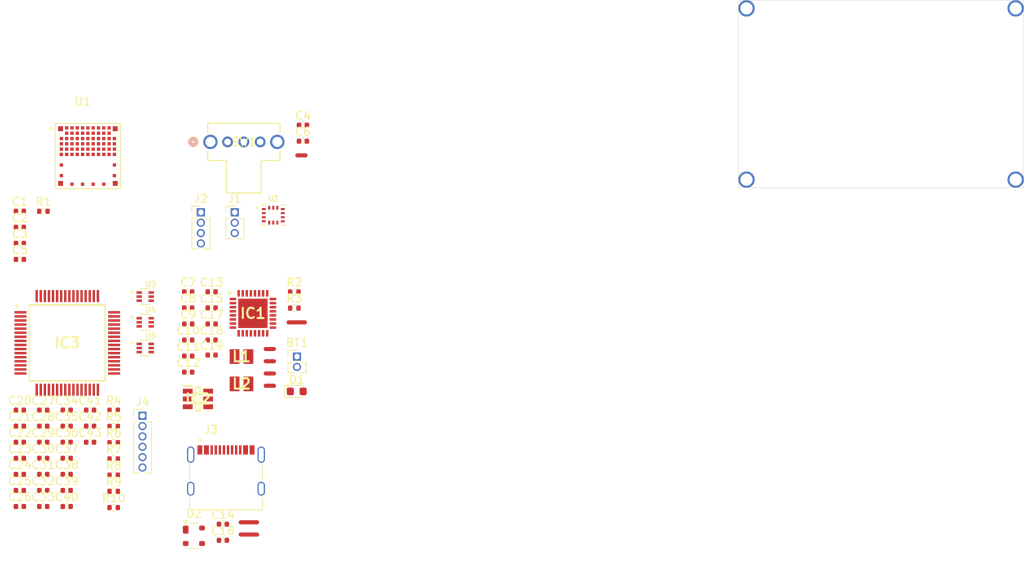
<source format=kicad_pcb>
(kicad_pcb (version 20240108) (generator "pcbnew") (generator_version "8.0")
  (layers (0 "F.Cu" signal) (1 "In1.Cu" signal) (2 "In2.Cu" signal) (3 "In3.Cu" signal) (4 "In4.Cu" signal) (31 "B.Cu" signal) (34 "B.Paste" user) (35 "F.Paste" user) (36 "B.SilkS" user "B.Silkscreen") (37 "F.SilkS" user "F.Silkscreen") (38 "B.Mask" user) (39 "F.Mask" user) (44 "Edge.Cuts" user))
  (net 0 "")
  (net 1 "/ads1299/BIAS_DRV")
  (net 2 "GNDA")
  (net 3 "VSSA")
  (net 4 "Net-(IC2-CAP-)")
  (net 5 "/ads1299/E_REFERENCE")
  (net 6 "/ads1299/IN1P")
  (net 7 "Net-(IC2-CAP+)")
  (net 8 "/ads1299/IN3P")
  (net 9 "/power/VBAT")
  (net 10 "/ads1299/IN2P")
  (net 11 "/ads1299/IN4P")
  (net 12 "/ads1299/4P")
  (net 13 "/ads1299/2P")
  (net 14 "/ads1299/1P")
  (net 15 "/ads1299/3P")
  (net 16 "/ads1299/REF")
  (net 17 "/ads1299/BIAS")
  (net 18 "/DVDD")
  (net 19 "/USB-C/VBUS_IN")
  (net 20 "/nrf5340/VBUS_OUT")
  (net 21 "/nrf5340/VBUS_nrf")
  (net 22 "/power/PVSS1")
  (net 23 "/power/VOUT1")
  (net 24 "/power/PVSS2")
  (net 25 "/power/VOUT2")
  (net 26 "/power/VSYS_OUT")
  (net 27 "Net-(IC3-BIASIN)")
  (net 28 "Net-(IC3-VCAP4)")
  (net 29 "Net-(IC3-VCAP1)")
  (net 30 "Net-(IC3-VCAP3)")
  (net 31 "Net-(IC3-VCAP2)")
  (net 32 "/AVDD")
  (net 33 "/power/CHG")
  (net 34 "/USB-C/D+")
  (net 35 "/USB-C/D-")
  (net 36 "Net-(IC1-VSET1)")
  (net 37 "/nrf5340/SCL")
  (net 38 "/power/SW1")
  (net 39 "/nrf5340/SDA")
  (net 40 "/VDD")
  (net 41 "/power/PVDD")
  (net 42 "/UART_TX")
  (net 43 "/nrf5340/ANT")
  (net 45 "GND")
  (net 46 "/UART_RX")
  (net 49 "/USB-C/CC1")
  (net 50 "/nrf5340/BMI270_CS")
  (net 51 "/SWDCLK")
  (net 52 "/power/SW2")
  (net 56 "/USB-C/CC2")
  (net 57 "/power/VSYS")
  (net 60 "Net-(IC1-VSET2)")
  (net 67 "/ads1299/SCK")
  (net 68 "/ads1299/MISO")
  (net 75 "/ads1299/~{ADS1299_RESET}")
  (net 77 "/ads1299/~{DRDY}")
  (net 81 "/ads1299/MOSI")
  (net 84 "/ads1299/~{ADS1299_CS}")
  (net 89 "/USB-C/DP2")
  (net 91 "/USB-C/DN2")
  (net 92 "/USB-C/DP1")
  (net 94 "/USB-C/DN1")
  (net 120 "/BMI270_INT1")
  (net 152 "/SWDIO")
  (net 153 "/SWD_VDD")
  (footprint "Capacitor_SMD:C_0402_1005Metric" (layer "F.Cu") (at 47.295 144.655)
    (property "Reference" "C30" (at 0 -1.16 0) (layer "F.SilkS"))
    (property "Value" "1uF")
    (pad "1" smd roundrect (at -0.48 0) (size 0.56 0.62) (layers "F.Cu" "F.Paste" "F.Mask") (net 2 "GNDA"))
    (pad "2" smd roundrect (at 0.48 0) (size 0.56 0.62) (layers "F.Cu" "F.Paste" "F.Mask") (net 40 "/VDD"))
  )
  (footprint "MountingHole:eeg" (layer "F.Cu") (at 150 100)
    (property "Reference" "EEG_Board1" (hide yes))
    (property "Value" "PCB Edge" (hide yes))
    (fp_rect (start -17.5 -11.5) (end 17.5 11.5) (stroke (width 0.05)) (fill none) (layer "Edge.Cuts"))
    (pad "" np_thru_hole circle (at -16.5 -10.5) (size 2 2) (drill 1.5) (layers "F&B.Cu" "*.Mask"))
    (pad "" np_thru_hole circle (at -16.5 10.5) (size 2 2) (drill 1.5) (layers "F&B.Cu" "*.Mask"))
    (pad "" np_thru_hole circle (at 16.5 -10.5) (size 2 2) (drill 1.5) (layers "F&B.Cu" "*.Mask"))
    (pad "" np_thru_hole circle (at 16.5 10.5) (size 2 2) (drill 1.5) (layers "F&B.Cu" "*.Mask"))
  )
  (footprint "Capacitor_SMD:C_0402_1005Metric" (layer "F.Cu") (at 50.165 146.625)
    (property "Reference" "C38" (at 0 -1.16 0) (layer "F.SilkS"))
    (property "Value" "1nF")
    (pad "1" smd roundrect (at -0.48 0) (size 0.56 0.62) (layers "F.Cu" "F.Paste" "F.Mask") (net 2 "GNDA"))
    (pad "2" smd roundrect (at 0.48 0) (size 0.56 0.62) (layers "F.Cu" "F.Paste" "F.Mask") (net 6 "/ads1299/IN1P"))
  )
  (footprint "Capacitor_SMD:C_0402_1005Metric" (layer "F.Cu") (at 50.165 140.715)
    (property "Reference" "C35" (at 0 -1.16 0) (layer "F.SilkS"))
    (property "Value" "1uF")
    (pad "1" smd roundrect (at -0.48 0) (size 0.56 0.62) (layers "F.Cu" "F.Paste" "F.Mask") (net 2 "GNDA"))
    (pad "2" smd roundrect (at 0.48 0) (size 0.56 0.62) (layers "F.Cu" "F.Paste" "F.Mask") (net 32 "/AVDD"))
  )
  (footprint "Capacitor_SMD:C_0402_1005Metric" (layer "F.Cu") (at 67.935 130.155)
    (property "Reference" "C18" (at 0 -1.16 0) (layer "F.SilkS"))
    (property "Value" "10uF")
    (pad "1" smd roundrect (at -0.48 0) (size 0.56 0.62) (layers "F.Cu" "F.Paste" "F.Mask") (net 45 "GND"))
    (pad "2" smd roundrect (at 0.48 0) (size 0.56 0.62) (layers "F.Cu" "F.Paste" "F.Mask") (net 26 "/power/VSYS_OUT"))
  )
  (footprint "Connector_PinHeader_1.27mm:PinHeader_1x04_P1.27mm_Vertical" (layer "F.Cu") (at 66.615 114.505)
    (property "Reference" "J2" (at 0 -1.695 0) (layer "F.SilkS"))
    (property "Value" "Conn_01x04")
    (pad "1" thru_hole rect (at 0 0) (size 1 1) (drill 0.65) (layers "*.Cu" "*.Mask") (net 153 "/SWD_VDD"))
    (pad "2" thru_hole oval (at 0 1.27) (size 1 1) (drill 0.65) (layers "*.Cu" "*.Mask") (net 152 "/SWDIO"))
    (pad "3" thru_hole oval (at 0 2.54) (size 1 1) (drill 0.65) (layers "*.Cu" "*.Mask") (net 51 "/SWDCLK"))
    (pad "4" thru_hole oval (at 0 3.81) (size 1 1) (drill 0.65) (layers "*.Cu" "*.Mask") (net 45 "GND"))
  )
  (footprint "Capacitor_SMD:C_0402_1005Metric" (layer "F.Cu") (at 67.935 132)
    (property "Reference" "C19" (at 0 -1.16 0) (layer "F.SilkS"))
    (property "Value" "10uF")
    (pad "1" smd roundrect (at -0.48 0) (size 0.56 0.62) (layers "F.Cu" "F.Paste" "F.Mask") (net 2 "GNDA"))
    (pad "2" smd roundrect (at 0.48 0) (size 0.56 0.62) (layers "F.Cu" "F.Paste" "F.Mask") (net 3 "VSSA"))
  )
  (footprint "Capacitor_SMD:C_0402_1005Metric" (layer "F.Cu") (at 67.935 124.245)
    (property "Reference" "C13" (at 0 -1.16 0) (layer "F.SilkS"))
    (property "Value" "10uF")
    (pad "1" smd roundrect (at -0.48 0) (size 0.56 0.62) (layers "F.Cu" "F.Paste" "F.Mask") (net 7 "Net-(IC2-CAP+)"))
    (pad "2" smd roundrect (at 0.48 0) (size 0.56 0.62) (layers "F.Cu" "F.Paste" "F.Mask") (net 4 "Net-(IC2-CAP-)"))
  )
  (footprint "Capacitor_SMD:C_0402_1005Metric" (layer "F.Cu") (at 44.425 140.715)
    (property "Reference" "C21" (at 0 -1.16 0) (layer "F.SilkS"))
    (property "Value" "10uF")
    (pad "1" smd roundrect (at -0.48 0) (size 0.56 0.62) (layers "F.Cu" "F.Paste" "F.Mask") (net 3 "VSSA"))
    (pad "2" smd roundrect (at 0.48 0) (size 0.56 0.62) (layers "F.Cu" "F.Paste" "F.Mask") (net 3 "VSSA"))
  )
  (footprint "NetTie:NetTie-3_SMD_Pad0.5mm" (layer "F.Cu") (at 72.5 154)
    (property "Reference" "NT2" (hide yes))
    (property "Value" "NetTie_3" (hide yes))
    (fp_poly (pts (xy -1 -0.25) (xy 1 -0.25) (xy 1 0.25) (xy -1 0.25)) (fill solid) (layer "F.Cu"))
    (pad "1" smd circle (at -1 0) (size 0.5 0.5) (layers "F.Cu") (net 92 "/USB-C/DP1"))
    (pad "2" smd circle (at 0 0) (size 0.5 0.5) (layers "F.Cu") (net 34 "/USB-C/D+"))
    (pad "3" smd circle (at 1 0) (size 0.5 0.5) (layers "F.Cu") (net 89 "/USB-C/DP2"))
  )
  (footprint "Capacitor_SMD:C_0402_1005Metric" (layer "F.Cu") (at 67.935 126.215)
    (property "Reference" "C15" (at 0 -1.16 0) (layer "F.SilkS"))
    (property "Value" "10uF")
    (pad "1" smd roundrect (at -0.48 0) (size 0.56 0.62) (layers "F.Cu" "F.Paste" "F.Mask") (net 22 "/power/PVSS1"))
    (pad "2" smd roundrect (at 0.48 0) (size 0.56 0.62) (layers "F.Cu" "F.Paste" "F.Mask") (net 26 "/power/VSYS_OUT"))
  )
  (footprint "Capacitor_SMD:C_0402_1005Metric" (layer "F.Cu") (at 53.035 138.745)
    (property "Reference" "C41" (at 0 -1.16 0) (layer "F.SilkS"))
    (property "Value" "1nF")
    (pad "1" smd roundrect (at -0.48 0) (size 0.56 0.62) (layers "F.Cu" "F.Paste" "F.Mask") (net 2 "GNDA"))
    (pad "2" smd roundrect (at 0.48 0) (size 0.56 0.62) (layers "F.Cu" "F.Paste" "F.Mask") (net 10 "/ads1299/IN2P"))
  )
  (footprint "Capacitor_SMD:C_0402_1005Metric" (layer "F.Cu") (at 44.425 146.625)
    (property "Reference" "C24" (at 0 -1.16 0) (layer "F.SilkS"))
    (property "Value" "100uF")
    (pad "1" smd roundrect (at -0.48 0) (size 0.56 0.62) (layers "F.Cu" "F.Paste" "F.Mask") (net 29 "Net-(IC3-VCAP1)"))
    (pad "2" smd roundrect (at 0.48 0) (size 0.56 0.62) (layers "F.Cu" "F.Paste" "F.Mask") (net 3 "VSSA"))
  )
  (footprint "Capacitor_SMD:C_0402_1005Metric" (layer "F.Cu") (at 65.065 128.185)
    (property "Reference" "C9" (at 0 -1.16 0) (layer "F.SilkS"))
    (property "Value" "2.2uF")
    (pad "1" smd roundrect (at -0.48 0) (size 0.56 0.62) (layers "F.Cu" "F.Paste" "F.Mask") (net 45 "GND"))
    (pad "2" smd roundrect (at 0.48 0) (size 0.56 0.62) (layers "F.Cu" "F.Paste" "F.Mask") (net 9 "/power/VBAT"))
  )
  (footprint "Capacitor_SMD:C_0402_1005Metric" (layer "F.Cu") (at 53.035 142.685)
    (property "Reference" "C43" (at 0 -1.16 0) (layer "F.SilkS"))
    (property "Value" "1nF")
    (pad "1" smd roundrect (at -0.48 0) (size 0.56 0.62) (layers "F.Cu" "F.Paste" "F.Mask") (net 2 "GNDA"))
    (pad "2" smd roundrect (at 0.48 0) (size 0.56 0.62) (layers "F.Cu" "F.Paste" "F.Mask") (net 5 "/ads1299/E_REFERENCE"))
  )
  (footprint "Capacitor_SMD:C_0402_1005Metric" (layer "F.Cu") (at 50.165 144.655)
    (property "Reference" "C37" (at 0 -1.16 0) (layer "F.SilkS"))
    (property "Value" "1uF")
    (pad "1" smd roundrect (at -0.48 0) (size 0.56 0.62) (layers "F.Cu" "F.Paste" "F.Mask") (net 2 "GNDA"))
    (pad "2" smd roundrect (at 0.48 0) (size 0.56 0.62) (layers "F.Cu" "F.Paste" "F.Mask") (net 32 "/AVDD"))
  )
  (footprint "Capacitor_SMD:C_0402_1005Metric" (layer "F.Cu") (at 44.425 116.335)
    (property "Reference" "C2" (at 0 -1.16 0) (layer "F.SilkS"))
    (property "Value" "1uF")
    (pad "1" smd roundrect (at -0.48 0) (size 0.56 0.62) (layers "F.Cu" "F.Paste" "F.Mask") (net 40 "/VDD"))
    (pad "2" smd roundrect (at 0.48 0) (size 0.56 0.62) (layers "F.Cu" "F.Paste" "F.Mask") (net 45 "GND"))
  )
  (footprint "Capacitor_SMD:C_0402_1005Metric" (layer "F.Cu") (at 53.035 140.715)
    (property "Reference" "C42" (at 0 -1.16 0) (layer "F.SilkS"))
    (property "Value" "1nF")
    (pad "1" smd roundrect (at -0.48 0) (size 0.56 0.62) (layers "F.Cu" "F.Paste" "F.Mask") (net 2 "GNDA"))
    (pad "2" smd roundrect (at 0.48 0) (size 0.56 0.62) (layers "F.Cu" "F.Paste" "F.Mask") (net 11 "/ads1299/IN4P"))
  )
  (footprint "NetTie:NetTie-2_SMD_Pad0.5mm" (layer "F.Cu") (at 75.07 135.76)
    (property "Reference" "NT7" (hide yes))
    (property "Value" "NetTie_2" (hide yes))
    (fp_poly (pts (xy -0.5 -0.25) (xy 0.5 -0.25) (xy 0.5 0.25) (xy -0.5 0.25)) (fill solid) (layer "F.Cu"))
    (pad "1" smd circle (at -0.5 0) (size 0.5 0.5) (layers "F.Cu") (net 24 "/power/PVSS2"))
    (pad "2" smd circle (at 0.5 0) (size 0.5 0.5) (layers "F.Cu") (net 45 "GND"))
  )
  (footprint "Capacitor_SMD:C_0402_1005Metric" (layer "F.Cu") (at 50.165 150.565)
    (property "Reference" "C40" (at 0 -1.16 0) (layer "F.SilkS"))
    (property "Value" "1nF")
    (pad "1" smd roundrect (at -0.48 0) (size 0.56 0.62) (layers "F.Cu" "F.Paste" "F.Mask") (net 2 "GNDA"))
    (pad "2" smd roundrect (at 0.48 0) (size 0.56 0.62) (layers "F.Cu" "F.Paste" "F.Mask") (net 1 "/ads1299/BIAS_DRV"))
  )
  (footprint "Connector_PinHeader_1.27mm:PinHeader_1x03_P1.27mm_Vertical" (layer "F.Cu") (at 70.765 114.505)
    (property "Reference" "J1" (at 0 -1.695 0) (layer "F.SilkS"))
    (property "Value" "Conn_01x03")
    (pad "1" thru_hole rect (at 0 0) (size 1 1) (drill 0.65) (layers "*.Cu" "*.Mask") (net 42 "/UART_TX"))
    (pad "2" thru_hole oval (at 0 1.27) (size 1 1) (drill 0.65) (layers "*.Cu" "*.Mask") (net 46 "/UART_RX"))
    (pad "3" thru_hole oval (at 0 2.54) (size 1 1) (drill 0.65) (layers "*.Cu" "*.Mask") (net 45 "GND"))
  )
  (footprint "Connector_PinHeader_1.27mm:PinHeader_1x06_P1.27mm_Vertical" (layer "F.Cu") (at 59.455 139.435)
    (property "Reference" "J4" (at 0 -1.695 0) (layer "F.SilkS"))
    (property "Value" "Conn_01x06")
    (pad "1" thru_hole rect (at 0 0) (size 1 1) (drill 0.65) (layers "*.Cu" "*.Mask") (net 17 "/ads1299/BIAS"))
    (pad "2" thru_hole oval (at 0 1.27) (size 1 1) (drill 0.65) (layers "*.Cu" "*.Mask") (net 14 "/ads1299/1P"))
    (pad "3" thru_hole oval (at 0 2.54) (size 1 1) (drill 0.65) (layers "*.Cu" "*.Mask") (net 13 "/ads1299/2P"))
    (pad "4" thru_hole oval (at 0 3.81) (size 1 1) (drill 0.65) (layers "*.Cu" "*.Mask") (net 15 "/ads1299/3P"))
    (pad "5" thru_hole oval (at 0 5.08) (size 1 1) (drill 0.65) (layers "*.Cu" "*.Mask") (net 12 "/ads1299/4P"))
    (pad "6" thru_hole oval (at 0 6.35) (size 1 1) (drill 0.65) (layers "*.Cu" "*.Mask") (net 16 "/ads1299/REF"))
  )
  (footprint "Capacitor_SMD:C_0402_1005Metric" (layer "F.Cu") (at 44.425 150.565)
    (property "Reference" "C26" (at 0 -1.16 0) (layer "F.SilkS"))
    (property "Value" "1uF")
    (pad "1" smd roundrect (at -0.48 0) (size 0.56 0.62) (layers "F.Cu" "F.Paste" "F.Mask") (net 30 "Net-(IC3-VCAP3)"))
    (pad "2" smd roundrect (at 0.48 0) (size 0.56 0.62) (layers "F.Cu" "F.Paste" "F.Mask") (net 3 "VSSA"))
  )
  (footprint "Capacitor_SMD:C_0402_1005Metric" (layer "F.Cu") (at 47.295 148.595)
    (property "Reference" "C32" (at 0 -1.16 0) (layer "F.SilkS"))
    (property "Value" "1uF")
    (pad "1" smd roundrect (at -0.48 0) (size 0.56 0.62) (layers "F.Cu" "F.Paste" "F.Mask") (net 2 "GNDA"))
    (pad "2" smd roundrect (at 0.48 0) (size 0.56 0.62) (layers "F.Cu" "F.Paste" "F.Mask") (net 40 "/VDD"))
  )
  (footprint "Resistor_SMD:R_0402_1005Metric" (layer "F.Cu") (at 55.925 140.745)
    (property "Reference" "R5" (at 0 -1.17 0) (layer "F.SilkS"))
    (property "Value" "2.2k")
    (pad "1" smd roundrect (at -0.51 0) (size 0.54 0.64) (layers "F.Cu" "F.Paste" "F.Mask") (net 14 "/ads1299/1P"))
    (pad "2" smd roundrect (at 0.51 0) (size 0.54 0.64) (layers "F.Cu" "F.Paste" "F.Mask") (net 6 "/ads1299/IN1P"))
  )
  (footprint "NPM1300-QEAA-R:QFN50P500X500X90-33N" (layer "F.Cu") (at 72.995 126.885)
    (property "Reference" "IC1" (at 0 0 0) (layer "F.SilkS") (effects (font (size 1.27 1.27) (thickness 0.254))))
    (property "Value" "NPM1300" (hide yes))
    (pad "1" smd rect (at -2.45 -1.75 90) (size 0.3 0.8) (layers "F.Cu" "F.Paste" "F.Mask") (net 23 "/power/VOUT1"))
    (pad "2" smd rect (at -2.45 -1.25 90) (size 0.3 0.8) (layers "F.Cu" "F.Paste" "F.Mask") (net 22 "/power/PVSS1"))
    (pad "3" smd rect (at -2.45 -0.75 90) (size 0.3 0.8) (layers "F.Cu" "F.Paste" "F.Mask") (net 38 "/power/SW1"))
    (pad "4" smd rect (at -2.45 -0.25 90) (size 0.3 0.8) (layers "F.Cu" "F.Paste" "F.Mask") (net 41 "/power/PVDD"))
    (pad "5" smd rect (at -2.45 0.25 90) (size 0.3 0.8) (layers "F.Cu" "F.Paste" "F.Mask") (net 52 "/power/SW2"))
    (pad "6" smd rect (at -2.45 0.75 90) (size 0.3 0.8) (layers "F.Cu" "F.Paste" "F.Mask") (net 24 "/power/PVSS2"))
    (pad "7" smd rect (at -2.45 1.25 90) (size 0.3 0.8) (layers "F.Cu" "F.Paste" "F.Mask"))
    (pad "8" smd rect (at -2.45 1.75 90) (size 0.3 0.8) (layers "F.Cu" "F.Paste" "F.Mask"))
    (pad "9" smd rect (at -1.75 2.45) (size 0.3 0.8) (layers "F.Cu" "F.Paste" "F.Mask"))
    (pad "10" smd rect (at -1.25 2.45) (size 0.3 0.8) (layers "F.Cu" "F.Paste" "F.Mask"))
    (pad "11" smd rect (at -0.75 2.45) (size 0.3 0.8) (layers "F.Cu" "F.Paste" "F.Mask"))
    (pad "12" smd rect (at -0.25 2.45) (size 0.3 0.8) (layers "F.Cu" "F.Paste" "F.Mask") (net 18 "/DVDD"))
    (pad "13" smd rect (at 0.25 2.45) (size 0.3 0.8) (layers "F.Cu" "F.Paste" "F.Mask") (net 39 "/nrf5340/SDA"))
    (pad "14" smd rect (at 0.75 2.45) (size 0.3 0.8) (layers "F.Cu" "F.Paste" "F.Mask") (net 37 "/nrf5340/SCL"))
    (pad "15" smd rect (at 1.25 2.45) (size 0.3 0.8) (layers "F.Cu" "F.Paste" "F.Mask"))
    (pad "16" smd rect (at 1.75 2.45) (size 0.3 0.8) (layers "F.Cu" "F.Paste" "F.Mask") (net 60 "Net-(IC1-VSET2)"))
    (pad "17" smd rect (at 2.45 1.75 90) (size 0.3 0.8) (layers "F.Cu" "F.Paste" "F.Mask") (net 36 "Net-(IC1-VSET1)"))
    (pad "18" smd rect (at 2.45 1.25 90) (size 0.3 0.8) (layers "F.Cu" "F.Paste" "F.Mask") (net 45 "GND"))
    (pad "19" smd rect (at 2.45 0.75 90) (size 0.3 0.8) (layers "F.Cu" "F.Paste" "F.Mask") (net 9 "/power/VBAT"))
    (pad "20" smd rect (at 2.45 0.25 90) (size 0.3 0.8) (layers "F.Cu" "F.Paste" "F.Mask") (net 57 "/power/VSYS"))
    (pad "21" smd rect (at 2.45 -0.25 90) (size 0.3 0.8) (layers "F.Cu" "F.Paste" "F.Mask") (net 19 "/USB-C/VBUS_IN"))
    (pad "22" smd rect (at 2.45 -0.75 90) (size 0.3 0.8) (layers "F.Cu" "F.Paste" "F.Mask") (net 20 "/nrf5340/VBUS_OUT"))
    (pad "23" smd rect (at 2.45 -1.25 90) (size 0.3 0.8) (layers "F.Cu" "F.Paste" "F.Mask") (net 49 "/USB-C/CC1"))
    (pad "24" smd rect (at 2.45 -1.75 90) (size 0.3 0.8) (layers "F.Cu" "F.Paste" "F.Mask") (net 56 "/USB-C/CC2"))
    (pad "25" smd rect (at 1.75 -2.45) (size 0.3 0.8) (layers "F.Cu" "F.Paste" "F.Mask"))
    (pad "26" smd rect (at 1.25 -2.45) (size 0.3 0.8) (layers "F.Cu" "F.Paste" "F.Mask") (net 33 "/power/CHG"))
    (pad "27" smd rect (at 0.75 -2.45) (size 0.3 0.8) (layers "F.Cu" "F.Paste" "F.Mask"))
    (pad "28" smd rect (at 0.25 -2.45) (size 0.3 0.8) (layers "F.Cu" "F.Paste" "F.Mask") (net 45 "GND"))
    (pad "29" smd rect (at -0.25 -2.45) (size 0.3 0.8) (layers "F.Cu" "F.Paste" "F.Mask") (net 45 "GND"))
    (pad "30" smd rect (at -0.75 -2.45) (size 0.3 0.8) (layers "F.Cu" "F.Paste" "F.Mask") (net 45 "GND"))
    (pad "31" smd rect (at -1.25 -2.45) (size 0.3 0.8) (layers "F.Cu" "F.Paste" "F.Mask") (net 45 "GND"))
    (pad "32" smd rect (at -1.75 -2.45) (size 0.3 0.8) (layers "F.Cu" "F.Paste" "F.Mask") (net 25 "/power/VOUT2"))
    (pad "33" smd rect (at 0 0) (size 3.6 3.6) (layers "F.Cu" "F.Paste" "F.Mask") (net 45 "GND"))
  )
  (footprint "Capacitor_SMD:C_0402_1005Metric" (layer "F.Cu") (at 44.425 148.595)
    (property "Reference" "C25" (at 0 -1.16 0) (layer "F.SilkS"))
    (property "Value" "100nF")
    (pad "1" smd roundrect (at -0.48 0) (size 0.56 0.62) (layers "F.Cu" "F.Paste" "F.Mask") (net 30 "Net-(IC3-VCAP3)"))
    (pad "2" smd roundrect (at 0.48 0) (size 0.56 0.62) (layers "F.Cu" "F.Paste" "F.Mask") (net 3 "VSSA"))
  )
  (footprint "Resistor_SMD:R_0402_1005Metric" (layer "F.Cu") (at 55.925 146.715)
    (property "Reference" "R8" (at 0 -1.17 0) (layer "F.SilkS"))
    (property "Value" "2.2k")
    (pad "1" smd roundrect (at -0.51 0) (size 0.54 0.64) (layers "F.Cu" "F.Paste" "F.Mask") (net 12 "/ads1299/4P"))
    (pad "2" smd roundrect (at 0.51 0) (size 0.54 0.64) (layers "F.Cu" "F.Paste" "F.Mask") (net 11 "/ads1299/IN4P"))
  )
  (footprint "MLP2016H2R2MT0S1:INDC2016X100N" (layer "F.Cu") (at 71.595 132.185)
    (property "Reference" "L1" (at 0 0 0) (layer "F.SilkS") (effects (font (size 1.27 1.27) (thickness 0.254))))
    (property "Value" "2.2uH" (hide yes))
    (pad "1" smd rect (at -0.85 0) (size 1.2 1.8) (layers "F.Cu" "F.Paste" "F.Mask") (net 38 "/power/SW1"))
    (pad "2" smd rect (at 0.85 0) (size 1.2 1.8) (layers "F.Cu" "F.Paste" "F.Mask") (net 23 "/power/VOUT1"))
  )
  (footprint "Capacitor_SMD:C_0402_1005Metric" (layer "F.Cu") (at 44.425 142.685)
    (property "Reference" "C22" (at 0 -1.16 0) (layer "F.SilkS"))
    (property "Value" "100nF")
    (pad "1" smd roundrect (at -0.48 0) (size 0.56 0.62) (layers "F.Cu" "F.Paste" "F.Mask") (net 3 "VSSA"))
    (pad "2" smd roundrect (at 0.48 0) (size 0.56 0.62) (layers "F.Cu" "F.Paste" "F.Mask") (net 3 "VSSA"))
  )
  (footprint "Resistor_SMD:R_0402_1005Metric" (layer "F.Cu") (at 55.925 148.705)
    (property "Reference" "R9" (at 0 -1.17 0) (layer "F.SilkS"))
    (property "Value" "2.2k")
    (pad "1" smd roundrect (at -0.51 0) (size 0.54 0.64) (layers "F.Cu" "F.Paste" "F.Mask") (net 17 "/ads1299/BIAS"))
    (pad "2" smd roundrect (at 0.51 0) (size 0.54 0.64) (layers "F.Cu" "F.Paste" "F.Mask") (net 1 "/ads1299/BIAS_DRV"))
  )
  (footprint "Resistor_SMD:R_0402_1005Metric" (layer "F.Cu") (at 55.925 142.735)
    (property "Reference" "R6" (at 0 -1.17 0) (layer "F.SilkS"))
    (property "Value" "2.2k")
    (pad "1" smd roundrect (at -0.51 0) (size 0.54 0.64) (layers "F.Cu" "F.Paste" "F.Mask") (net 13 "/ads1299/2P"))
    (pad "2" smd roundrect (at 0.51 0) (size 0.54 0.64) (layers "F.Cu" "F.Paste" "F.Mask") (net 10 "/ads1299/IN2P"))
  )
  (footprint "ADS1299-4PAGR:QFP50P1200X1200X120-64N" (layer "F.Cu") (at 50.24 130.51)
    (property "Reference" "IC3" (at 0 0 0) (layer "F.SilkS") (effects (font (size 1.27 1.27) (thickness 0.254))))
    (property "Value" "ADS1299-4PAGR" (hide yes))
    (pad "1" smd rect (at -5.738 -3.75 90) (size 0.3 1.475) (layers "F.Cu" "F.Paste" "F.Mask"))
    (pad "2" smd rect (at -5.738 -3.25 90) (size 0.3 1.475) (layers "F.Cu" "F.Paste" "F.Mask"))
    (pad "3" smd rect (at -5.738 -2.75 90) (size 0.3 1.475) (layers "F.Cu" "F.Paste" "F.Mask"))
    (pad "4" smd rect (at -5.738 -2.25 90) (size 0.3 1.475) (layers "F.Cu" "F.Paste" "F.Mask"))
    (pad "5" smd rect (at -5.738 -1.75 90) (size 0.3 1.475) (layers "F.Cu" "F.Paste" "F.Mask"))
    (pad "6" smd rect (at -5.738 -1.25 90) (size 0.3 1.475) (layers "F.Cu" "F.Paste" "F.Mask"))
    (pad "7" smd rect (at -5.738 -0.75 90) (size 0.3 1.475) (layers "F.Cu" "F.Paste" "F.Mask"))
    (pad "8" smd rect (at -5.738 -0.25 90) (size 0.3 1.475) (layers "F.Cu" "F.Paste" "F.Mask"))
    (pad "9" smd rect (at -5.738 0.25 90) (size 0.3 1.475) (layers "F.Cu" "F.Paste" "F.Mask") (net 5 "/ads1299/E_REFERENCE"))
    (pad "10" smd rect (at -5.738 0.75 90) (size 0.3 1.475) (layers "F.Cu" "F.Paste" "F.Mask") (net 11 "/ads1299/IN4P"))
    (pad "11" smd rect (at -5.738 1.25 90) (size 0.3 1.475) (layers "F.Cu" "F.Paste" "F.Mask") (net 5 "/ads1299/E_REFERENCE"))
    (pad "12" smd rect (at -5.738 1.75 90) (size 0.3 1.475) (layers "F.Cu" "F.Paste" "F.Mask") (net 8 "/ads1299/IN3P"))
    (pad "13" smd rect (at -5.738 2.25 90) (size 0.3 1.475) (layers "F.Cu" "F.Paste" "F.Mask") (net 5 "/ads1299/E_REFERENCE"))
    (pad "14" smd rect (at -5.738 2.75 90) (size 0.3 1.475) (layers "F.Cu" "F.Paste" "F.Mask") (net 10 "/ads1299/IN2P"))
    (pad "15" smd rect (at -5.738 3.25 90) (size 0.3 1.475) (layers "F.Cu" "F.Paste" "F.Mask") (net 5 "/ads1299/E_REFERENCE"))
    (pad "16" smd rect (at -5.738 3.75 90) (size 0.3 1.475) (layers "F.Cu" "F.Paste" "F.Mask") (net 6 "/ads1299/IN1P"))
    (pad "17" smd rect (at -3.75 5.738) (size 0.3 1.475) (layers "F.Cu" "F.Paste" "F.Mask"))
    (pad "18" smd rect (at -3.25 5.738) (size 0.3 1.475) (layers "F.Cu" "F.Paste" "F.Mask"))
    (pad "19" smd rect (at -2.75 5.738) (size 0.3 1.475) (layers "F.Cu" "F.Paste" "F.Mask") (net 32 "/AVDD"))
    (pad "20" smd rect (at -2.25 5.738) (size 0.3 1.475) (layers "F.Cu" "F.Paste" "F.Mask") (net 3 "VSSA"))
    (pad "21" smd rect (at -1.75 5.738) (size 0.3 1.475) (layers "F.Cu" "F.Paste" "F.Mask") (net 32 "/AVDD"))
    (pad "22" smd rect (at -1.25 5.738) (size 0.3 1.475) (layers "F.Cu" "F.Paste" "F.Mask") (net 32 "/AVDD"))
    (pad "23" smd rect (at -0.75 5.738) (size 0.3 1.475) (layers "F.Cu" "F.Paste" "F.Mask") (net 3 "VSSA"))
    (pad "24" smd rect (at -0.25 5.738) (size 0.3 1.475) (layers "F.Cu" "F.Paste" "F.Mask") (net 3 "VSSA"))
    (pad "25" smd rect (at 0.25 5.738) (size 0.3 1.475) (layers "F.Cu" "F.Paste" "F.Mask") (net 3 "VSSA"))
    (pad "26" smd rect (at 0.75 5.738) (size 0.3 1.475) (layers "F.Cu" "F.Paste" "F.Mask") (net 28 "Net-(IC3-VCAP4)"))
    (pad "27" smd rect (at 1.25 5.738) (size 0.3 1.475) (layers "F.Cu" "F.Paste" "F.Mask"))
    (pad "28" smd rect (at 1.75 5.738) (size 0.3 1.475) (layers "F.Cu" "F.Paste" "F.Mask") (net 29 "Net-(IC3-VCAP1)"))
    (pad "29" smd rect (at 2.25 5.738) (size 0.3 1.475) (layers "F.Cu" "F.Paste" "F.Mask"))
    (pad "30" smd rect (at 2.75 5.738) (size 0.3 1.475) (layers "F.Cu" "F.Paste" "F.Mask") (net 31 "Net-(IC3-VCAP2)"))
    (pad "31" smd rect (at 3.25 5.738) (size 0.3 1.475) (layers "F.Cu" "F.Paste" "F.Mask") (net 2 "GNDA"))
    (pad "32" smd rect (at 3.75 5.738) (size 0.3 1.475) (layers "F.Cu" "F.Paste" "F.Mask") (net 3 "VSSA"))
    (pad "33" smd rect (at 5.738 3.75 90) (size 0.3 1.475) (layers "F.Cu" "F.Paste" "F.Mask") (net 2 "GNDA"))
    (pad "34" smd rect (at 5.738 3.25 90) (size 0.3 1.475) (layers "F.Cu" "F.Paste" "F.Mask") (net 81 "/ads1299/MOSI"))
    (pad "35" smd rect (at 5.738 2.75 90) (size 0.3 1.475) (layers "F.Cu" "F.Paste" "F.Mask") (net 40 "/VDD"))
    (pad "36" smd rect (at 5.738 2.25 90) (size 0.3 1.475) (layers "F.Cu" "F.Paste" "F.Mask") (net 75 "/ads1299/~{ADS1299_RESET}"))
    (pad "37" smd rect (at 5.738 1.75 90) (size 0.3 1.475) (layers "F.Cu" "F.Paste" "F.Mask"))
    (pad "38" smd rect (at 5.738 1.25 90) (size 0.3 1.475) (layers "F.Cu" "F.Paste" "F.Mask"))
    (pad "39" smd rect (at 5.738 0.75 90) (size 0.3 1.475) (layers "F.Cu" "F.Paste" "F.Mask") (net 84 "/ads1299/~{ADS1299_CS}"))
    (pad "40" smd rect (at 5.738 0.25 90) (size 0.3 1.475) (layers "F.Cu" "F.Paste" "F.Mask") (net 67 "/ads1299/SCK"))
    (pad "41" smd rect (at 5.738 -0.25 90) (size 0.3 1.475) (layers "F.Cu" "F.Paste" "F.Mask") (net 2 "GNDA"))
    (pad "42" smd rect (at 5.738 -0.75 90) (size 0.3 1.475) (layers "F.Cu" "F.Paste" "F.Mask"))
    (pad "43" smd rect (at 5.738 -1.25 90) (size 0.3 1.475) (layers "F.Cu" "F.Paste" "F.Mask") (net 68 "/ads1299/MISO"))
    (pad "44" smd rect (at 5.738 -1.75 90) (size 0.3 1.475) (layers "F.Cu" "F.Paste" "F.Mask"))
    (pad "45" smd rect (at 5.738 -2.25 90) (size 0.3 1.475) (layers "F.Cu" "F.Paste" "F.Mask"))
    (pad "46" smd rect (at 5.738 -2.75 90) (size 0.3 1.475) (layers "F.Cu" "F.Paste" "F.Mask"))
    (pad "47" smd rect (at 5.738 -3.25 90) (size 0.3 1.475) (layers "F.Cu" "F.Paste" "F.Mask") (net 77 "/ads1299/~{DRDY}"))
    (pad "48" smd rect (at 5.738 -3.75 90) (size 0.3 1.475) (layers "F.Cu" "F.Paste" "F.Mask") (net 40 "/VDD"))
    (pad "49" smd rect (at 3.75 -5.738) (size 0.3 1.475) (layers "F.Cu" "F.Paste" "F.Mask") (net 2 "GNDA"))
    (pad "50" smd rect (at 3.25 -5.738) (size 0.3 1.475) (layers "F.Cu" "F.Paste" "F.Mask") (net 40 "/VDD"))
    (pad "51" smd rect (at 2.75 -5.738) (size 0.3 1.475) (layers "F.Cu" "F.Paste" "F.Mask") (net 2 "GNDA"))
    (pad "52" smd rect (at 2.25 -5.738) (size 0.3 1.475) (layers "F.Cu" "F.Paste" "F.Mask") (net 40 "/VDD"))
    (pad "53" smd rect (at 1.75 -5.738) (size 0.3 1.475) (layers "F.Cu" "F.Paste" "F.Mask") (net 3 "VSSA"))
    (pad "54" smd rect (at 1.25 -5.738) (size 0.3 1.475) (layers "F.Cu" "F.Paste" "F.Mask") (net 32 "/AVDD"))
    (pad "55" smd rect (at 0.75 -5.738) (size 0.3 1.475) (layers "F.Cu" "F.Paste" "F.Mask") (net 30 "Net-(IC3-VCAP3)"))
    (pad "56" smd rect (at 0.25 -5.738) (size 0.3 1.475) (layers "F.Cu" "F.Paste" "F.Mask") (net 32 "/AVDD"))
    (pad "57" smd rect (at -0.25 -5.738) (size 0.3 1.475) (layers "F.Cu" "F.Paste" "F.Mask") (net 3 "VSSA"))
    (pad "58" smd rect (at -0.75 -5.738) (size 0.3 1.475) (layers "F.Cu" "F.Paste" "F.Mask") (net 3 "VSSA"))
    (pad "59" smd rect (at -1.25 -5.738) (size 0.3 1.475) (layers "F.Cu" "F.Paste" "F.Mask") (net 32 "/AVDD"))
    (pad "60" smd rect (at -1.75 -5.738) (size 0.3 1.475) (layers "F.Cu" "F.Paste" "F.Mask"))
    (pad "61" smd rect (at -2.25 -5.738) (size 0.3 1.475) (layers "F.Cu" "F.Paste" "F.Mask"))
    (pad "62" smd rect (at -2.75 -5.738) (size 0.3 1.475) (layers "F.Cu" "F.Paste" "F.Mask") (net 27 "Net-(IC3-BIASIN)"))
    (pad "63" smd rect (at -3.25 -5.738) (size 0.3 1.475) (layers "F.Cu" "F.Paste" "F.Mask") (net 27 "Net-(IC3-BIASIN)"))
    (pad "64" smd rect (at -3.75 -5.738) (size 0.3 1.475) (layers "F.Cu" "F.Paste" "F.Mask") (net 2 "GNDA"))
  )
  (footprint "Capacitor_SMD:C_0402_1005Metric" (layer "F.Cu") (at 47.295 150.565)
    (property "Reference" "C33" (at 0 -1.16 0) (layer "F.SilkS"))
    (property "Value" "1uF")
    (pad "1" smd roundrect (at -0.48 0) (size 0.56 0.62) (layers "F.Cu" "F.Paste" "F.Mask") (net 2 "GNDA"))
    (pad "2" smd roundrect (at 0.48 0) (size 0.56 0.62) (layers "F.Cu" "F.Paste" "F.Mask") (net 32 "/AVDD"))
  )
  (footprint "Capacitor_SMD:C_0402_1005Metric" (layer "F.Cu") (at 79.125 103.815)
    (property "Reference" "C4" (at 0 -1.16 0) (layer "F.SilkS"))
    (property "Value" "100nF")
    (pad "1" smd roundrect (at -0.48 0) (size 0.56 0.62) (layers "F.Cu" "F.Paste" "F.Mask") (net 40 "/VDD"))
    (pad "2" smd roundrect (at 0.48 0) (size 0.56 0.62) (layers "F.Cu" "F.Paste" "F.Mask") (net 45 "GND"))
  )
  (footprint "NetTie:NetTie-2_SMD_Pad0.5mm" (layer "F.Cu") (at 78.94 107.52)
    (property "Reference" "NT8" (hide yes))
    (property "Value" "NetTie_2" (hide yes))
    (fp_poly (pts (xy -0.5 -0.25) (xy 0.5 -0.25) (xy 0.5 0.25) (xy -0.5 0.25)) (fill solid) (layer "F.Cu"))
    (pad "1" smd circle (at -0.5 0) (size 0.5 0.5) (layers "F.Cu") (net 45 "GND"))
    (pad "2" smd circle (at 0.5 0) (size 0.5 0.5) (layers "F.Cu") (net 2 "GNDA"))
  )
  (footprint "NetTie:NetTie-2_SMD_Pad0.5mm" (layer "F.Cu") (at 75.07 132.76)
    (property "Reference" "NT5" (hide yes))
    (property "Value" "NetTie_2" (hide yes))
    (fp_poly (pts (xy -0.5 -0.25) (xy 0.5 -0.25) (xy 0.5 0.25) (xy -0.5 0.25)) (fill solid) (layer "F.Cu"))
    (pad "1" smd circle (at -0.5 0) (size 0.5 0.5) (layers "F.Cu") (net 22 "/power/PVSS1"))
    (pad "2" smd circle (at 0.5 0) (size 0.5 0.5) (layers "F.Cu") (net 45 "GND"))
  )
  (footprint "Resistor_SMD:R_0402_1005Metric" (layer "F.Cu") (at 55.925 138.755)
    (property "Reference" "R4" (at 0 -1.17 0) (layer "F.SilkS"))
    (property "Value" "1M")
    (pad "1" smd roundrect (at -0.51 0) (size 0.54 0.64) (layers "F.Cu" "F.Paste" "F.Mask") (net 1 "/ads1299/BIAS_DRV"))
    (pad "2" smd roundrect (at 0.51 0) (size 0.54 0.64) (layers "F.Cu" "F.Paste" "F.Mask") (net 27 "Net-(IC3-BIASIN)"))
  )
  (footprint "Capacitor_SMD:C_0402_1005Metric" (layer "F.Cu") (at 65.065 124.245)
    (property "Reference" "C7" (at 0 -1.16 0) (layer "F.SilkS"))
    (property "Value" "100nF")
    (pad "1" smd roundrect (at -0.48 0) (size 0.56 0.62) (layers "F.Cu" "F.Paste" "F.Mask") (net 18 "/DVDD"))
    (pad "2" smd roundrect (at 0.48 0) (size 0.56 0.62) (layers "F.Cu" "F.Paste" "F.Mask") (net 45 "GND"))
  )
  (footprint "Capacitor_SMD:C_0402_1005Metric" (layer "F.Cu") (at 47.295 140.715)
    (property "Reference" "C28" (at 0 -1.16 0) (layer "F.SilkS"))
    (property "Value" "1uF")
    (pad "1" smd roundrect (at -0.48 0) (size 0.56 0.62) (layers "F.Cu" "F.Paste" "F.Mask") (net 2 "GNDA"))
    (pad "2" smd roundrect (at 0.48 0) (size 0.56 0.62) (layers "F.Cu" "F.Paste" "F.Mask") (net 3 "VSSA"))
  )
  (footprint "LM2664M6X_NOPB:SOT95P280X145-6N" (layer "F.Cu") (at 66.255 137.38)
    (property "Reference" "IC2" (at 0 0 0) (layer "F.SilkS") (effects (font (size 1.27 1.27) (thickness 0.254))))
    (property "Value" "LM2664M6X_NOPB" (hide yes))
    (pad "1" smd rect (at -1.25 -0.95 90) (size 0.6 1.2) (layers "F.Cu" "F.Paste" "F.Mask") (net 2 "GNDA"))
    (pad "2" smd rect (at -1.25 0 90) (size 0.6 1.2) (layers "F.Cu" "F.Paste" "F.Mask") (net 3 "VSSA"))
    (pad "3" smd rect (at -1.25 0.95 90) (size 0.6 1.2) (layers "F.Cu" "F.Paste" "F.Mask") (net 4 "Net-(IC2-CAP-)"))
    (pad "4" smd rect (at 1.25 0.95 90) (size 0.6 1.2) (layers "F.Cu" "F.Paste" "F.Mask") (net 32 "/AVDD"))
    (pad "5" smd rect (at 1.25 0 90) (size 0.6 1.2) (layers "F.Cu" "F.Paste" "F.Mask") (net 32 "/AVDD"))
    (pad "6" smd rect (at 1.25 -0.95 90) (size 0.6 1.2) (layers "F.Cu" "F.Paste" "F.Mask") (net 7 "Net-(IC2-CAP+)"))
  )
  (footprint "BMI270:XDCR_BMI270" (layer "F.Cu") (at 75.49 114.855)
    (property "Reference" "U2" (at -0.008 -2.0314 0) (layer "F.SilkS") (effects (font (size 0.64 0.64))))
    (property "Value" "BMI270")
    (pad "1" smd rect (at -1.1625 -0.75) (size 0.475 0.25) (layers "F.Cu" "F.Paste" "F.Mask") (net 68 "/ads1299/MISO"))
    (pad "2" smd rect (at -1.1625 -0.25) (size 0.475 0.25) (layers "F.Cu" "F.Paste" "F.Mask"))
    (pad "3" smd rect (at -1.1625 0.25) (size 0.475 0.25) (layers "F.Cu" "F.Paste" "F.Mask"))
    (pad "4" smd rect (at -1.1625 0.75) (size 0.475 0.25) (layers "F.Cu" "F.Paste" "F.Mask") (net 120 "/BMI270_INT1"))
    (pad "5" smd rect (at -0.5 0.9125 90) (size 0.475 0.25) (layers "F.Cu" "F.Paste" "F.Mask") (net 40 "/VDD"))
    (pad "6" smd rect (at 0 0.9125 90) (size 0.475 0.25) (layers "F.Cu" "F.Paste" "F.Mask") (net 45 "GND"))
    (pad "7" smd rect (at 0.5 0.9125 90) (size 0.475 0.25) (layers "F.Cu" "F.Paste" "F.Mask") (net 45 "GND"))
    (pad "8" smd rect (at 1.1625 0.75) (size 0.475 0.25) (layers "F.Cu" "F.Paste" "F.Mask") (net 40 "/VDD"))
    (pad "9" smd rect (at 1.1625 0.25) (size 0.475 0.25) (layers "F.Cu" "F.Paste" "F.Mask"))
    (pad "10" smd rect (at 1.1625 -0.25) (size 0.475 0.25) (layers "F.Cu" "F.Paste" "F.Mask"))
    (pad "11" smd rect (at 1.1625 -0.75) (size 0.475 0.25) (layers "F.Cu" "F.Paste" "F.Mask"))
    (pad "12" smd rect (at 0.5 -0.9125 90) (size 0.475 0.25) (layers "F.Cu" "F.Paste" "F.Mask") (net 50 "/nrf5340/BMI270_CS"))
    (pad "13" smd rect (at 0 -0.9125 90) (size 0.475 0.25) (layers "F.Cu" "F.Paste" "F.Mask") (net 67 "/ads1299/SCK"))
    (pad "14" smd rect (at -0.5 -0.9125 90) (size 0.475 0.25) (layers "F.Cu" "F.Paste" "F.Mask") (net 81 "/ads1299/MOSI"))
  )
  (footprint "LED_SMD:LED_0603_1608Metric" (layer "F.Cu") (at 78.365 136.455)
    (property "Reference" "D1" (at 0 -1.43 0) (layer "F.SilkS"))
    (property "Value" "LED_Y")
    (pad "1" smd roundrect (at -0.7875 0) (size 0.875 0.95) (layers "F.Cu" "F.Paste" "F.Mask") (net 33 "/power/CHG"))
    (pad "2" smd roundrect (at 0.7875 0) (size 0.875 0.95) (layers "F.Cu" "F.Paste" "F.Mask") (net 26 "/power/VSYS_OUT"))
  )
  (footprint "Capacitor_SMD:C_0402_1005Metric" (layer "F.Cu") (at 50.165 148.595)
    (property "Reference" "C39" (at 0 -1.16 0) (layer "F.SilkS"))
    (property "Value" "1nF")
    (pad "1" smd roundrect (at -0.48 0) (size 0.56 0.62) (layers "F.Cu" "F.Paste" "F.Mask") (net 2 "GNDA"))
    (pad "2" smd roundrect (at 0.48 0) (size 0.56 0.62) (layers "F.Cu" "F.Paste" "F.Mask") (net 8 "/ads1299/IN3P"))
  )
  (footprint "Resistor_SMD:R_0402_1005Metric" (layer "F.Cu") (at 78.075 124.255)
    (property "Reference" "R2" (at 0 -1.17 0) (layer "F.SilkS"))
    (property "Value" "150k")
    (pad "1" smd roundrect (at -0.51 0) (size 0.54 0.64) (layers "F.Cu" "F.Paste" "F.Mask") (net 45 "GND"))
    (pad "2" smd roundrect (at 0.51 0) (size 0.54 0.64) (layers "F.Cu" "F.Paste" "F.Mask") (net 36 "Net-(IC1-VSET1)"))
  )
  (footprint "Capacitor_SMD:C_0402_1005Metric" (layer "F.Cu") (at 44.425 114.365)
    (property "Reference" "C1" (at 0 -1.16 0) (layer "F.SilkS"))
    (property "Value" "1uF")
    (pad "1" smd roundrect (at -0.48 0) (size 0.56 0.62) (layers "F.Cu" "F.Paste" "F.Mask") (net 45 "GND"))
    (pad "2" smd roundrect (at 0.48 0) (size 0.56 0.62) (layers "F.Cu" "F.Paste" "F.Mask") (net 40 "/VDD"))
  )
  (footprint "Capacitor_SMD:C_0402_1005Metric" (layer "F.Cu") (at 50.165 142.685)
    (property "Reference" "C36" (at 0 -1.16 0) (layer "F.SilkS"))
    (property "Value" "1uF")
    (pad "1" smd roundrect (at -0.48 0) (size 0.56 0.62) (layers "F.Cu" "F.Paste" "F.Mask") (net 2 "GNDA"))
    (pad "2" smd roundrect (at 0.48 0) (size 0.56 0.62) (layers "F.Cu" "F.Paste" "F.Mask") (net 32 "/AVDD"))
  )
  (footprint "SK12D07VG5:SK12D07VG4NSPA_CNK" (layer "F.Cu") (at 69.885299 105.87)
    (property "Reference" "SW1" (at 2.000001 0 0) (layer "F.SilkS"))
    (property "Value" "SW_SPDT")
    (pad "1" thru_hole circle (at 0 0) (size 1.3208 1.3208) (drill 0.8128) (layers "*.Cu" "*.Mask") (net 18 "/DVDD"))
    (pad "2" thru_hole circle (at 2.000001 0) (size 1.3208 1.3208) (drill 0.8128) (layers "*.Cu" "*.Mask") (net 40 "/VDD"))
    (pad "3" thru_hole circle (at 4.000002 0) (size 1.3208 1.3208) (drill 0.8128) (layers "*.Cu" "*.Mask") (net 153 "/SWD_VDD"))
    (pad "4" thru_hole circle (at -2.099998 0) (size 1.7526 1.7526) (drill 1.2446) (layers "*.Cu" "*.Mask"))
    (pad "5" thru_hole circle (at 6.1 0) (size 1.7526 1.7526) (drill 1.2446) (layers "*.Cu" "*.Mask"))
  )
  (footprint "Capacitor_SMD:C_0402_1005Metric" (layer "F.Cu") (at 44.425 144.655)
    (property "Reference" "C23" (at 0 -1.16 0) (layer "F.SilkS"))
    (property "Value" "1uF")
    (pad "1" smd roundrect (at -0.48 0) (size 0.56 0.62) (layers "F.Cu" "F.Paste" "F.Mask") (net 28 "Net-(IC3-VCAP4)"))
    (pad "2" smd roundrect (at 0.48 0) (size 0.56 0.62) (layers "F.Cu" "F.Paste" "F.Mask") (net 3 "VSSA"))
  )
  (footprint "Connector_PinHeader_1.27mm:PinHeader_1x02_P1.27mm_Vertical" (layer "F.Cu") (at 78.395 132.185)
    (property "Reference" "BT1" (at 0 -1.695 0) (layer "F.SilkS"))
    (property "Value" "Battery")
    (pad "1" thru_hole rect (at 0 0) (size 1 1) (drill 0.65) (layers "*.Cu" "*.Mask") (net 9 "/power/VBAT"))
    (pad "2" thru_hole oval (at 0 1.27) (size 1 1) (drill 0.65) (layers "*.Cu" "*.Mask") (net 45 "GND"))
  )
  (footprint "Package_TO_SOT_SMD:SOT-143" (layer "F.Cu") (at 65.755 154.15)
    (property "Reference" "D2" (at 0.02 -2.7 0) (layer "F.SilkS"))
    (property "Value" "PRTR5V0U2X")
    (pad "1" smd roundrect (at -1 -0.75) (size 0.7 1) (layers "F.Cu" "F.Paste" "F.Mask") (net 45 "GND"))
    (pad "2" smd roundrect (at -1 0.95) (size 0.7 0.6) (layers "F.Cu" "F.Paste" "F.Mask") (net 34 "/USB-C/D+"))
    (pad "3" smd roundrect (at 1 0.95) (size 0.7 0.6) (layers "F.Cu" "F.Paste" "F.Mask") (net 35 "/USB-C/D-"))
    (pad "4" smd roundrect (at 1 -0.95) (size 0.7 0.6) (layers "F.Cu" "F.Paste" "F.Mask") (net 19 "/USB-C/VBUS_IN"))
  )
  (footprint "NetTie:NetTie-3_SMD_Pad0.5mm" (layer "F.Cu") (at 78.37 127.99)
    (property "Reference" "NT3" (hide yes))
    (property "Value" "NetTie_3" (hide yes))
    (fp_poly (pts (xy -1 -0.25) (xy 1 -0.25) (xy 1 0.25) (xy -1 0.25)) (fill solid) (layer "F.Cu"))
    (pad "1" smd circle (at -1 0) (size 0.5 0.5) (layers "F.Cu") (net 57 "/power/VSYS"))
    (pad "2" smd circle (at 0 0) (size 0.5 0.5) (layers "F.Cu") (net 26 "/power/VSYS_OUT"))
    (pad "3" smd circle (at 1 0) (size 0.5 0.5) (layers "F.Cu") (net 41 "/power/PVDD"))
  )
  (footprint "Capacitor_SMD:C_0402_1005Metric" (layer "F.Cu") (at 67.935 128.185)
    (property "Reference" "C17" (at 0 -1.16 0) (layer "F.SilkS"))
    (property "Value" "10uF")
    (pad "1" smd roundrect (at -0.48 0) (size 0.56 0.62) (layers "F.Cu" "F.Paste" "F.Mask") (net 24 "/power/PVSS2"))
    (pad "2" smd roundrect (at 0.48 0) (size 0.56 0.62) (layers "F.Cu" "F.Paste" "F.Mask") (net 26 "/power/VSYS_OUT"))
  )
  (footprint "NetTie:NetTie-2_SMD_Pad0.5mm" (layer "F.Cu") (at 75.07 134.26)
    (property "Reference" "NT6" (hide yes))
    (property "Value" "NetTie_2" (hide yes))
    (fp_poly (pts (xy -0.5 -0.25) (xy 0.5 -0.25) (xy 0.5 0.25) (xy -0.5 0.25)) (fill solid) (layer "F.Cu"))
    (pad "1" smd circle (at -0.5 0) (size 0.5 0.5) (layers "F.Cu") (net 25 "/power/VOUT2"))
    (pad "2" smd circle (at 0.5 0) (size 0.5 0.5) (layers "F.Cu") (net 18 "/DVDD"))
  )
  (footprint "Capacitor_SMD:C_0402_1005Metric" (layer "F.Cu") (at 47.295 138.745)
    (property "Reference" "C27" (at 0 -1.16 0) (layer "F.SilkS"))
    (property "Value" "1uF")
    (pad "1" smd roundrect (at -0.48 0) (size 0.56 0.62) (layers "F.Cu" "F.Paste" "F.Mask") (net 31 "Net-(IC3-VCAP2)"))
    (pad "2" smd roundrect (at 0.48 0) (size 0.56 0.62) (layers "F.Cu" "F.Paste" "F.Mask") (net 3 "VSSA"))
  )
  (footprint "Capacitor_SMD:C_0402_1005Metric" (layer "F.Cu") (at 69.315 152.735)
    (property "Reference" "C14" (at 0 -1.16 0) (layer "F.SilkS"))
    (property "Value" "1uF")
    (pad "1" smd roundrect (at -0.48 0) (size 0.56 0.62) (layers "F.Cu" "F.Paste" "F.Mask") (net 45 "GND"))
    (pad "2" smd roundrect (at 0.48 0) (size 0.56 0.62) (layers "F.Cu" "F.Paste" "F.Mask") (net 19 "/USB-C/VBUS_IN"))
  )
  (footprint "Capacitor_SMD:C_0402_1005Metric" (layer "F.Cu") (at 69.315 154.705)
    (property "Reference" "C16" (at 0 -1.16 0) (layer "F.SilkS"))
    (property "Value" "100nF")
    (pad "1" smd roundrect (at -0.48 0) (size 0.56 0.62) (layers "F.Cu" "F.Paste" "F.Mask") (net 45 "GND"))
    (pad "2" smd roundrect (at 0.48 0) (size 0.56 0.62) (layers "F.Cu" "F.Paste" "F.Mask") (net 19 "/USB-C/VBUS_IN"))
  )
  (footprint "Capacitor_SMD:C_0402_1005Metric" (layer "F.Cu") (at 47.295 142.685)
    (property "Reference" "C29" (at 0 -1.16 0) (layer "F.SilkS"))
    (property "Value" "1uF")
    (pad "1" smd roundrect (at -0.48 0) (size 0.56 0.62) (layers "F.Cu" "F.Paste" "F.Mask") (net 2 "GNDA"))
    (pad "2" smd roundrect (at 0.48 0) (size 0.56 0.62) (layers "F.Cu" "F.Paste" "F.Mask") (net 3 "VSSA"))
  )
  (footprint "NetTie:NetTie-3_SMD_Pad0.5mm" (layer "F.Cu") (at 72.5 152.5)
    (property "Reference" "NT1" (hide yes))
    (property "Value" "NetTie_3" (hide yes))
    (fp_poly (pts (xy -1 -0.25) (xy 1 -0.25) (xy 1 0.25) (xy -1 0.25)) (fill solid) (layer "F.Cu"))
    (pad "1" smd circle (at -1 0) (size 0.5 0.5) (layers "F.Cu") (net 91 "/USB-C/DN2"))
    (pad "2" smd circle (at 0 0) (size 0.5 0.5) (layers "F.Cu") (net 35 "/USB-C/D-"))
    (pad "3" smd circle (at 1 0) (size 0.5 0.5) (layers "F.Cu") (net 94 "/USB-C/DN1"))
  )
  (footprint "Capacitor_SMD:C_0402_1005Metric" (layer "F.Cu") (at 50.165 138.745)
    (property "Reference" "C34" (at 0 -1.16 0) (layer "F.SilkS"))
    (property "Value" "1uF")
    (pad "1" smd roundrect (at -0.48 0) (size 0.56 0.62) (layers "F.Cu" "F.Paste" "F.Mask") (net 2 "GNDA"))
    (pad "2" smd roundrect (at 0.48 0) (size 0.56 0.62) (layers "F.Cu" "F.Paste" "F.Mask") (net 32 "/AVDD"))
  )
  (footprint "ISP2053-AX-RS:XCVR_ISP2053-AX-RS" (layer "F.Cu") (at 52.765 107.605)
    (property "Reference" "U1" (at -0.635 -6.6675 0) (layer "F.SilkS"))
    (property "Value" "NRF5340")
    (pad "A1" smd rect (at -3.35 -3.35) (size 0.6 0.6) (layers "F.Cu" "F.Paste") (net 45 "GND"))
    (pad "A2" smd rect (at -2.6 -3.45) (size 0.4 0.4) (layers "F.Cu" "F.Paste") (net 21 "/nrf5340/VBUS_nrf"))
    (pad "A3" smd rect (at -1.95 -3.45) (size 0.4 0.4) (layers "F.Cu" "F.Paste") (net 37 "/nrf5340/SCL"))
    (pad "A4" smd rect (at -1.3 -3.45) (size 0.4 0.4) (layers "F.Cu" "F.Paste") (net 34 "/USB-C/D+"))
    (pad "A5" smd rect (at -0.65 -3.45) (size 0.4 0.4) (layers "F.Cu" "F.Paste") (net 35 "/USB-C/D-"))
    (pad "A6" smd rect (at -0.000003 -3.45) (size 0.4 0.4) (layers "F.Cu" "F.Paste") (net 40 "/VDD"))
    (pad "A7" smd rect (at 0.65 -3.45) (size 0.4 0.4) (layers "F.Cu" "F.Paste"))
    (pad "A8" smd rect (at 1.3 -3.45) (size 0.4 0.4) (layers "F.Cu" "F.Paste"))
    (pad "A9" smd rect (at 1.95 -3.45) (size 0.4 0.4) (layers "F.Cu" "F.Paste"))
    (pad "A10" smd rect (at 2.6 -3.45) (size 0.4 0.4) (layers "F.Cu" "F.Paste") (net 68 "/ads1299/MISO"))
    (pad "A11" smd rect (at 3.35 -3.35) (size 0.6 0.6) (layers "F.Cu" "F.Paste") (net 45 "GND"))
    (pad "B2" smd rect (at -2.6 -2.8) (size 0.4 0.4) (layers "F.Cu" "F.Paste"))
    (pad "B3" smd rect (at -1.95 -2.8) (size 0.4 0.4) (layers "F.Cu" "F.Paste"))
    (pad "B4" smd rect (at -1.3 -2.8) (size 0.4 0.4) (layers "F.Cu" "F.Paste"))
    (pad "B5" smd rect (at -0.65 -2.8) (size 0.4 0.4) (layers "F.Cu" "F.Paste") (net 42 "/UART_TX"))
    (pad "B6" smd rect (at 0 -2.8) (size 0.4 0.4) (layers "F.Cu" "F.Paste"))
    (pad "B7" smd rect (at 0.65 -2.8) (size 0.4 0.4) (layers "F.Cu" "F.Paste") (net 46 "/UART_RX"))
    (pad "B8" smd rect (at 1.3 -2.8) (size 0.4 0.4) (layers "F.Cu" "F.Paste"))
    (pad "B9" smd rect (at 1.95 -2.8) (size 0.4 0.4) (layers "F.Cu" "F.Paste") (net 67 "/ads1299/SCK"))
    (pad "B10" smd rect (at 2.6 -2.8) (size 0.4 0.4) (layers "F.Cu" "F.Paste") (net 39 "/nrf5340/SDA"))
    (pad "C1" smd rect (at -3.25 -2.15) (size 0.4 0.4) (layers "F.Cu" "F.Paste") (net 40 "/VDD"))
    (pad "C2" smd rect (at -2.6 -2.15) (size 0.4 0.4) (layers "F.Cu" "F.Paste"))
    (pad "C3" smd rect (at -1.95 -2.15) (size 0.4 0.4) (layers "F.Cu" "F.Paste"))
    (pad "C4" smd rect (at -1.3 -2.15) (size 0.4 0.4) (layers "F.Cu" "F.Paste"))
    (pad "C5" smd rect (at -0.65 -2.15) (size 0.4 0.4) (layers "F.Cu" "F.Paste"))
    (pad "C6" smd rect (at 0 -2.15) (size 0.4 0.4) (layers "F.Cu" "F.Paste"))
    (pad "C7" smd rect (at 0.65 -2.15) (size 0.4 0.4) (layers "F.Cu" "F.Paste") (net 81 "/ads1299/MOSI"))
    (pad "C8" smd rect (at 1.3 -2.15) (size 0.4 0.4) (layers "F.Cu" "F.Paste") (net 84 "/ads1299/~{ADS1299_CS}"))
    (pad "C9" smd rect (at 1.95 -2.15) (size 0.4 0.4) (layers "F.Cu" "F.Paste"))
    (pad "C10" smd rect (at 2.6 -2.15) (size 0.4 0.4) (layers "F.Cu" "F.Paste"))
    (pad "C11" smd rect (at 3.25 -2.15) (size 0.4 0.4) (layers "F.Cu" "F.Paste") (net 152 "/SWDIO"))
    (pad "D1" smd rect (at -3.25 -1.5) (size 0.4 0.4) (layers "F.Cu" "F.Paste"))
    (pad "D2" smd rect (at -2.6 -1.5) (size 0.4 0.4) (layers "F.Cu" "F.Paste"))
    (pad "D3" smd rect (at -1.95 -1.5) (size 0.4 0.4) (layers "F.Cu" "F.Paste"))
    (pad "D4" smd rect (at -1.3 -1.5) (size 0.4 0.4) (layers "F.Cu" "F.Paste") (net 50 "/nrf5340/BMI270_CS"))
    (pad "D5" smd rect (at -0.65 -1.5) (size 0.4 0.4) (layers "F.Cu" "F.Paste"))
    (pad "D6" smd rect (at 0 -1.5) (size 0.4 0.4) (layers "F.Cu" "F.Paste"))
    (pad "D7" smd rect (at 0.65 -1.5) (size 0.4 0.4) (layers "F.Cu" "F.Paste"))
    (pad "D8" smd rect (at 1.3 -1.5) (size 0.4 0.4) (layers "F.Cu" "F.Paste"))
    (pad "D9" smd rect (at 1.95 -1.5) (size 0.4 0.4) (layers "F.Cu" "F.Paste"))
    (pad "D10" smd rect (at 2.6 -1.5) (size 0.4 0.4) (layers "F.Cu" "F.Paste"))
    (pad "D11" smd rect (at 3.25 -1.5) (size 0.4 0.4) (layers "F.Cu" "F.Paste") (net 51 "/SWDCLK"))
    (pad "E1" smd rect (at -3.25 -0.85) (size 0.4 0.4) (layers "F.Cu" "F.Paste"))
    (pad "E2" smd rect (at -2.6 -0.85) (size 0.4 0.4) (layers "F.Cu" "F.Paste") (net 75 "/ads1299/~{ADS1299_RESET}"))
    (pad "E3" smd rect (at -1.95 -0.85) (size 0.4 0.4) (layers "F.Cu" "F.Paste") (net 77 "/ads1299/~{DRDY}"))
    (pad "E4" smd rect (at -1.3 -0.85) (size 0.4 0.4) (layers "F.Cu" "F.Paste"))
    (pad "E5" smd rect (at -0.65 -0.85) (size 0.4 0.4) (layers "F.Cu" "F.Paste"))
    (pad "E6" smd rect (at 0 -0.85) (size 0.4 0.4) (layers "F.Cu" "F.Paste"))
    (pad "E7" smd rect (at 0.65 -0.85) (size 0.4 0.4) (layers "F.Cu" "F.Paste") (net 45 "GND"))
    (pad "E8" smd rect (at 1.3 -0.85) (size 0.4 0.4) (layers "F.Cu" "F.Paste"))
    (pad "E9" smd rect (at 1.95 -0.85) (size 0.4 0.4) (layers "F.Cu" "F.Paste"))
    (pad "E10" smd rect (at 2.6 -0.85) (size 0.4 0.4) (layers "F.Cu" "F.Paste"))
    (pad "E11" smd rect (at 3.25 -0.85) (size 0.4 0.4) (layers "F.Cu" "F.Paste"))
    (pad "F1" smd rect (at -3.25 -0.2) (size 0.4 0.4) (layers "F.Cu" "F.Paste") (net 45 "GND"))
    (pad "F2" smd rect (at -2.6 -0.2) (size 0.4 0.4) (layers "F.Cu" "F.Paste"))
    (pad "F3" smd rect (at -1.95 -0.2) (size 0.4 0.4) (layers "F.Cu" "F.Paste") (net 120 "/BMI270_INT1"))
    (pad "F4" smd rect (at -1.3 -0.2) (size 0.4 0.4) (layers "F.Cu" "F.Paste"))
    (pad "F5" smd rect (at -0.65 -0.2) (size 0.4 0.4) (layers "F.Cu" "F.Paste"))
    (pad "F6" smd rect (at 0 -0.2) (size 0.4 0.4) (layers "F.Cu" "F.Paste") (net 45 "GND"))
    (pad "F7" smd rect (at 0.65 -0.2) (size 0.4 0.4) (layers "F.Cu" "F.Paste") (net 43 "/nrf5340/ANT"))
    (pad "F8" smd rect (at 1.3 -0.2) (size 0.4 0.4) (layers "F.Cu" "F.Paste") (net 43 "/nrf5340/ANT"))
    (pad "F9" smd rect (at 1.95 -0.2) (size 0.4 0.4) (layers "F.Cu" "F.Paste") (net 45 "GND"))
    (pad "F10" smd rect (at 2.6 -0.2) (size 0.4 0.4) (layers "F.Cu" "F.Paste"))
    (pad "F11" smd rect (at 3.25 -0.2) (size 0.4 0.4) (layers "F.Cu" "F.Paste") (net 45 "GND"))
    (pad "H1" smd rect (at -3.25 1.1) (size 0.4 0.4) (layers "F.Cu" "F.Paste"))
    (pad "H11" smd rect (at 3.25 1.1) (size 0.4 0.4) (layers "F.Cu" "F.Paste"))
    (pad "K1" smd rect (at -3.25 2.4) (size 0.4 0.4) (layers "F.Cu" "F.Paste"))
    (pad "K11" smd rect (at 3.25 2.4) (size 0.4 0.4) (layers "F.Cu" "F.Paste"))
    (pad "L1" smd rect (at -3.35 3.35) (size 0.6 0.6) (layers "F.Cu" "F.Paste"))
    (pad "L3" smd rect (at -1.95 3.45) (size 0.4 0.4) (layers "F.Cu" "F.Paste"))
    (pad "L5" smd rect (at -0.65 3.45) (size 0.4 0.4) (layers "F.Cu" "F.Paste"))
    (pad "L7" smd rect (at 0.65 3.45) (size 0.4 0.4) (layers "F.Cu" "F.Paste"))
    (pad "L9" smd rect (at 1.95 3.45) (size 0.4 0.4) (layers "F.Cu" "F.Paste"))
    (pad "L11" smd rect (at 3.35 3.35) (size 0.6 0.6) (layers "F.Cu" "F.Paste"))
  )
  (footprint "Capacitor_SMD:C_0402_1005Metric" (layer "F.Cu") (at 65.065 132.125)
    (property "Reference" "C11" (at 0 -1.16 0) (layer "F.SilkS"))
    (property "Value" "10uF")
    (pad "1" smd roundrect (at -0.48 0) (size 0.56 0.62) (layers "F.Cu" "F.Paste" "F.Mask") (net 22 "/power/PVSS1"))
    (pad "2" smd roundrect (at 0.48 0) (size 0.56 0.62) (layers "F.Cu" "F.Paste" "F.Mask") (net 23 "/power/VOUT1"))
  )
  (footprint "TPD4E1B06DRLR:SOT50P160X60-6N" (layer "F.Cu") (at 59.79 127.985)
    (property "Reference" "U4" (at 0.682 -1.5064 0) (layer "F.SilkS") (effects (font (size 0.64 0.64))))
    (property "Value" "TPD4E1B06DRLR")
    (pad "1" smd rect (at -0.735 -0.5) (size 0.66 0.31) (layers "F.Cu" "F.Paste" "F.Mask") (net 14 "/ads1299/1P"))
    (pad "2" smd rect (at -0.735 0) (size 0.66 0.31) (layers "F.Cu" "F.Paste" "F.Mask") (net 2 "GNDA"))
    (pad "3" smd rect (at -0.735 0.5) (size 0.66 0.31) (layers "F.Cu" "F.Paste" "F.Mask") (net 13 "/ads1299/2P"))
    (pad "4" smd rect (at 0.735 0.5) (size 0.66 0.31) (layers "F.Cu" "F.Paste" "F.Mask") (net 15 "/ads1299/3P"))
    (pad "5" smd rect (at 0.735 0) (size 0.66 0.31) (layers "F.Cu" "F.Paste" "F.Mask"))
    (pad "6" smd rect (at 0.735 -0.5) (size 0.66 0.31) (layers "F.Cu" "F.Paste" "F.Mask") (net 12 "/ads1299/4P"))
  )
  (footprint "Resistor_SMD:R_0402_1005Metric" (layer "F.Cu") (at 78.075 126.245)
    (property "Reference" "R3" (at 0 -1.17 0) (layer "F.SilkS"))
    (property "Value" "150k")
    (pad "1" smd roundrect (at -0.51 0) (size 0.54 0.64) (layers "F.Cu" "F.Paste" "F.Mask") (net 45 "GND"))
    (pad "2" smd roundrect (at 0.51 0) (size 0.54 0.64) (layers "F.Cu" "F.Paste" "F.Mask") (net 60 "Net-(IC1-VSET2)"))
  )
  (footprint "Capacitor_SMD:C_0402_1005Metric" (layer "F.Cu") (at 65.065 126.215)
    (property "Reference" "C8" (at 0 -1.16 0) (layer "F.SilkS"))
    (property "Value" "1uF")
    (pad "1" smd roundrect (at -0.48 0) (size 0.56 0.62) (layers "F.Cu" "F.Paste" "F.Mask") (net 19 "/USB-C/VBUS_IN"))
    (pad "2" smd roundrect (at 0.48 0) (size 0.56 0.62) (layers "F.Cu" "F.Paste" "F.Mask") (net 45 "GND"))
  )
  (footprint "Capacitor_SMD:C_0402_1005Metric" (layer "F.Cu") (at 65.065 134.095)
    (property "Reference" "C12" (at 0 -1.16 0) (layer "F.SilkS"))
    (property "Value" "10uF")
    (pad "1" smd roundrect (at -0.48 0) (size 0.56 0.62) (layers "F.Cu" "F.Paste" "F.Mask") (net 24 "/power/PVSS2"))
    (pad "2" smd roundrect (at 0.48 0) (size 0.56 0.62) (layers "F.Cu" "F.Paste" "F.Mask") (net 25 "/power/VOUT2"))
  )
  (footprint "Capacitor_SMD:C_0402_1005Metric" (layer "F.Cu") (at 44.425 118.305)
    (property "Reference" "C3" (at 0 -1.16 0) (layer "F.SilkS"))
    (property "Value" "4.7uF")
    (pad "1" smd roundrect (at -0.48 0) (size 0.56 0.62) (layers "F.Cu" "F.Paste" "F.Mask") (net 21 "/nrf5340/VBUS_nrf"))
    (pad "2" smd roundrect (at 0.48 0) (size 0.56 0.62) (layers "F.Cu" "F.Paste" "F.Mask") (net 45 "GND"))
  )
  (footprint "TPD4E1B06DRLR:SOT50P160X60-6N" (layer "F.Cu") (at 59.79 124.835)
    (property "Reference" "U3" (at 0.682 -1.5064 0) (layer "F.SilkS") (effects (font (size 0.64 0.64))))
    (property "Value" "TPD4E1B06DRLR")
    (pad "1" smd rect (at -0.735 -0.5) (size 0.66 0.31) (layers "F.Cu" "F.Paste" "F.Mask") (net 3 "VSSA"))
    (pad "2" smd rect (at -0.735 0) (size 0.66 0.31) (layers "F.Cu" "F.Paste" "F.Mask") (net 2 "GNDA"))
    (pad "3" smd rect (at -0.735 0.5) (size 0.66 0.31) (layers "F.Cu" "F.Paste" "F.Mask") (net 32 "/AVDD"))
    (pad "4" smd rect (at 0.735 0.5) (size 0.66 0.31) (layers "F.Cu" "F.Paste" "F.Mask") (net 2 "GNDA"))
    (pad "5" smd rect (at 0.735 0) (size 0.66 0.31) (layers "F.Cu" "F.Paste" "F.Mask"))
    (pad "6" smd rect (at 0.735 -0.5) (size 0.66 0.31) (layers "F.Cu" "F.Paste" "F.Mask"))
  )
  (footprint "Resistor_SMD:R_0402_1005Metric" (layer "F.Cu") (at 55.925 144.725)
    (property "Reference" "R7" (at 0 -1.17 0) (layer "F.SilkS"))
    (property "Value" "2.2k")
    (pad "1" smd roundrect (at -0.51 0) (size 0.54 0.64) (layers "F.Cu" "F.Paste" "F.Mask") (net 15 "/ads1299/3P"))
    (pad "2" smd roundrect (at 0.51 0) (size 0.54 0.64) (layers "F.Cu" "F.Paste" "F.Mask") (net 8 "/ads1299/IN3P"))
  )
  (footprint "TPD4E1B06DRLR:SOT50P160X60-6N" (layer "F.Cu") (at 59.79 131.135)
    (property "Reference" "U5" (at 0.682 -1.5064 0) (layer "F.SilkS") (effects (font (size 0.64 0.64))))
    (property "Value" "TPD4E1B06DRLR")
    (pad "1" smd rect (at -0.735 -0.5) (size 0.66 0.31) (layers "F.Cu" "F.Paste" "F.Mask") (net 17 "/ads1299/BIAS"))
    (pad "2" smd rect (at -0.735 0) (size 0.66 0.31) (layers "F.Cu" "F.Paste" "F.Mask") (net 2 "GNDA"))
    (pad "3" smd rect (at -0.735 0.5) (size 0.66 0.31) (layers "F.Cu" "F.Paste" "F.Mask") (net 16 "/ads1299/REF"))
    (pad "4" smd rect (at 0.735 0.5) (size 0.66 0.31) (layers "F.Cu" "F.Paste" "F.Mask"))
    (pad "5" smd rect (at 0.735 0) (size 0.66 0.31) (layers "F.Cu" "F.Paste" "F.Mask"))
    (pad "6" smd rect (at 0.735 -0.5) (size 0.66 0.31) (layers "F.Cu" "F.Paste" "F.Mask"))
  )
  (footprint "Capacitor_SMD:C_0402_1005Metric" (layer "F.Cu") (at 44.425 138.745)
    (property "Reference" "C20" (at 0 -1.16 0) (layer "F.SilkS"))
    (property "Value" "1nF")
    (pad "1" smd roundrect (at -0.48 0) (size 0.56 0.62) (layers "F.Cu" "F.Paste" "F.Mask") (net 1 "/ads1299/BIAS_DRV"))
    (pad "2" smd roundrect (at 0.48 0) (size 0.56 0.62) (layers "F.Cu" "F.Paste" "F.Mask") (net 27 "Net-(IC3-BIASIN)"))
  )
  (footprint "Capacitor_SMD:C_0402_1005Metric" (layer "F.Cu") (at 44.425 120.275)
    (property "Reference" "C5" (at 0 -1.16 0) (layer "F.SilkS"))
    (property "Value" "4.7uF")
    (pad "1" smd roundrect (at -0.48 0) (size 0.56 0.62) (layers "F.Cu" "F.Paste" "F.Mask") (net 40 "/VDD"))
    (pad "2" smd roundrect (at 0.48 0) (size 0.56 0.62) (layers "F.Cu" "F.Paste" "F.Mask") (net 45 "GND"))
  )
  (footprint "Capacitor_SMD:C_0402_1005Metric" (layer "F.Cu") (at 65.065 130.155)
    (property "Reference" "C10" (at 0 -1.16 0) (layer "F.SilkS"))
    (property "Value" "1uF")
    (pad "1" smd roundrect (at -0.48 0) (size 0.56 0.62) (layers "F.Cu" "F.Paste" "F.Mask") (net 20 "/nrf5340/VBUS_OUT"))
    (pad "2" smd roundrect (at 0.48 0) (size 0.56 0.62) (layers "F.Cu" "F.Paste" "F.Mask") (net 45 "GND"))
  )
  (footprint "Capacitor_SMD:C_0402_1005Metric" (layer "F.Cu") (at 79.125 105.785)
    (property "Reference" "C6" (at 0 -1.16 0) (layer "F.SilkS"))
    (property "Value" "100nF")
    (pad "1" smd roundrect (at -0.48 0) (size 0.56 0.62) (layers "F.Cu" "F.Paste" "F.Mask") (net 40 "/VDD"))
    (pad "2" smd roundrect (at 0.48 0) (size 0.56 0.62) (layers "F.Cu" "F.Paste" "F.Mask") (net 45 "GND"))
  )
  (footprint "Resistor_SMD:R_0402_1005Metric" (layer "F.Cu") (at 47.315 114.375)
    (property "Reference" "R1" (at 0 -1.17 0) (layer "F.SilkS"))
    (property "Value" "2.2")
    (pad "1" smd roundrect (at -0.51 0) (size 0.54 0.64) (layers "F.Cu" "F.Paste" "F.Mask") (net 20 "/nrf5340/VBUS_OUT"))
    (pad "2" smd roundrect (at 0.51 0) (size 0.54 0.64) (layers "F.Cu" "F.Paste" "F.Mask") (net 21 "/nrf5340/VBUS_nrf"))
  )
  (footprint "TYPE-C-31-M-12:HRO_TYPE-C-31-M-12" (layer "F.Cu") (at 69.6935 148.38)
    (property "Reference" "J3" (at -1.85 -7.205 0) (layer "F.SilkS"))
    (property "Value" "USB-C Connectors")
    (pad "" np_thru_hole circle (at -2.89 -3.68) (size 0.6 0.6) (drill 0.6) (layers "*.Cu" "*.Mask"))
    (pad "" np_thru_hole circle (at 2.89 -3.68) (size 0.6 0.6) (drill 0.6) (layers "*.Cu" "*.Mask"))
    (pad "A1_B12" smd rect (at -3.2 -4.75) (size 0.6 1.14) (layers "F.Cu" "F.Paste") (net 45 "GND"))
    (pad "A4_B9" smd rect (at -2.4 -4.75) (size 0.6 1.14) (layers "F.Cu" "F.Paste") (net 19 "/USB-C/VBUS_IN"))
    (pad "A5" smd rect (at -1.25 -4.75) (size 0.3 1.14) (layers "F.Cu" "F.Paste") (net 49 "/USB-C/CC1"))
    (pad "A6" smd rect (at -0.25 -4.75) (size 0.3 1.14) (layers "F.Cu" "F.Paste") (net 92 "/USB-C/DP1"))
    (pad "A7" smd rect (at 0.25 -4.75) (size 0.3 1.14) (layers "F.Cu" "F.Paste") (net 94 "/USB-C/DN1"))
    (pad "A8" smd rect (at 1.25 -4.75) (size 0.3 1.14) (layers "F.Cu" "F.Paste"))
    (pad "B1_A12" smd rect (at 3.2 -4.75) (size 0.6 1.14) (layers "F.Cu" "F.Paste") (net 45 "GND"))
    (pad "B4_A9" smd rect (at 2.4 -4.75) (size 0.6 1.14) (layers "F.Cu" "F.Paste") (net 19 "/USB-C/VBUS_IN"))
    (pad "B5" smd rect (at 1.75 -4.75) (size 0.3 1.14) (layers "F.Cu" "F.Paste") (net 56 "/USB-C/CC2"))
    (pad "B6" smd rect (at 0.75 -4.75) (size 0.3 1.14) (layers "F.Cu" "F.Paste") (net 89 "/USB-C/DP2"))
    (pad "B7" smd rect (at -0.75 -4.75) (size 0.3 1.14) (layers "F.Cu" "F.Paste") (net 91 "/USB-C/DN2"))
    (pad "B8" smd rect (at -1.75 -4.75) (size 0.3 1.14) (layers "F.Cu" "F.Paste"))
    (pad "S1" thru_hole oval (at -4.325 -4.17) (size 0.9 2) (drill oval 0.6 1.7) (layers "*.Cu" "*.Mask"))
    (pad "S2" thru_hole oval (at 4.325 -4.17) (size 0.9 2) (drill oval 0.6 1.7) (layers "*.Cu" "*.Mask"))
    (pad "S3" thru_hole oval (at -4.325 0) (size 0.9 1.7) (drill oval 0.6 1.4) (layers "*.Cu" "*.Mask"))
    (pad "S4" thru_hole oval (at 4.325 0) (size 0.9 1.7) (drill oval 0.6 1.4) (layers "*.Cu" "*.Mask"))
  )
  (footprint "MLP2016H2R2MT0S1:INDC2016X100N" (layer "F.Cu") (at 71.595 135.535)
    (property "Reference" "L2" (at 0 0 0) (layer "F.SilkS") (effects (font (size 1.27 1.27) (thickness 0.254))))
    (property "Value" "2.2uH" (hide yes))
    (pad "1" smd rect (at -0.85 0) (size 1.2 1.8) (layers "F.Cu" "F.Paste" "F.Mask") (net 52 "/power/SW2"))
    (pad "2" smd rect (at 0.85 0) (size 1.2 1.8) (layers "F.Cu" "F.Paste" "F.Mask") (net 25 "/power/VOUT2"))
  )
  (footprint "NetTie:NetTie-2_SMD_Pad0.5mm" (layer "F.Cu") (at 75.07 131.26)
    (property "Reference" "NT4" (hide yes))
    (property "Value" "NetTie_2" (hide yes))
    (fp_poly (pts (xy -0.5 -0.25) (xy 0.5 -0.25) (xy 0.5 0.25) (xy -0.5 0.25)) (fill solid) (layer "F.Cu"))
    (pad "1" smd circle (at -0.5 0) (size 0.5 0.5) (layers "F.Cu") (net 23 "/power/VOUT1"))
    (pad "2" smd circle (at 0.5 0) (size 0.5 0.5) (layers "F.Cu") (net 32 "/AVDD"))
  )
  (footprint "Resistor_SMD:R_0402_1005Metric" (layer "F.Cu") (at 55.925 150.695)
    (property "Reference" "R10" (at 0 -1.17 0) (layer "F.SilkS"))
    (property "Value" "2.2k")
    (pad "1" smd roundrect (at -0.51 0) (size 0.54 0.64) (layers "F.Cu" "F.Paste" "F.Mask") (net 16 "/ads1299/REF"))
    (pad "2" smd roundrect (at 0.51 0) (size 0.54 0.64) (layers "F.Cu" "F.Paste" "F.Mask") (net 5 "/ads1299/E_REFERENCE"))
  )
  (footprint "Capacitor_SMD:C_0402_1005Metric" (layer "F.Cu") (at 47.295 146.625)
    (property "Reference" "C31" (at 0 -1.16 0) (layer "F.SilkS"))
    (property "Value" "1uF")
    (pad "1" smd roundrect (at -0.48 0) (size 0.56 0.62) (layers "F.Cu" "F.Paste" "F.Mask") (net 2 "GNDA"))
    (pad "2" smd roundrect (at 0.48 0) (size 0.56 0.62) (layers "F.Cu" "F.Paste" "F.Mask") (net 32 "/AVDD"))
  )
)
</source>
